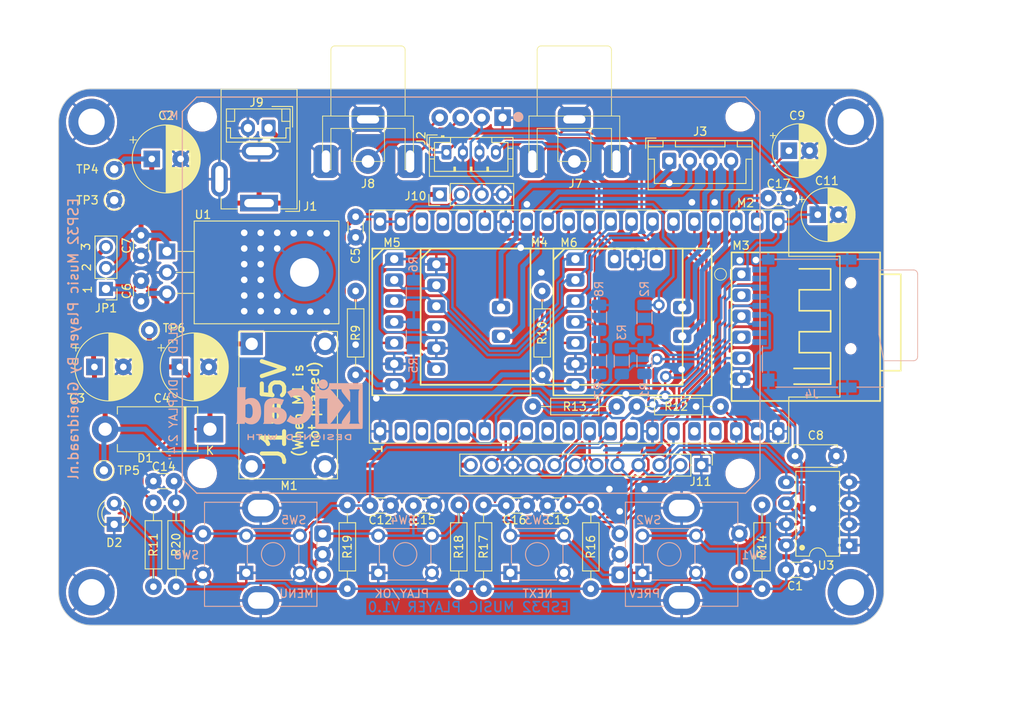
<source format=kicad_pcb>
(kicad_pcb (version 20240108) (generator "pcbnew") (generator_version "8.0")
  (layers (0 "F.Cu" signal) (31 "B.Cu" signal) (34 "B.Paste" user) (35 "F.Paste" user) (36 "B.SilkS" user "B.Silkscreen") (37 "F.SilkS" user "F.Silkscreen") (38 "B.Mask" user) (39 "F.Mask" user) (44 "Edge.Cuts" user))
  (net 0 "")
  (net 1 "V5")
  (net 2 "GND")
  (net 8 "/SDA1")
  (net 10 "/SCL1")
  (net 11 "V3.3")
  (net 12 "Net-(M2-EN{slash}~{RST})")
  (net 16 "/SD_MMC_CMD")
  (net 17 "/SD_MMC_D0")
  (net 18 "/IO0")
  (net 19 "/SD_MMC_CLK")
  (net 21 "/I2S-DOUT")
  (net 22 "/I2S-BCK")
  (net 23 "/I2S-WS")
  (net 24 "Net-(M5-SD)")
  (net 25 "Net-(M6-SD)")
  (net 26 "Net-(M5-GAIN)")
  (net 27 "Net-(M6-GAIN)")
  (net 28 "V5.1")
  (net 29 "Net-(D2-A)")
  (net 30 "Net-(JP1-A)")
  (net 31 "/LL")
  (net 32 "/LR")
  (net 33 "/SCL2")
  (net 34 "/SDA2")
  (net 36 "Net-(J3-Pin_3)")
  (net 37 "Net-(J3-Pin_4)")
  (net 38 "Net-(J3-Pin_1)")
  (net 39 "/KEY1")
  (net 40 "/KEY6")
  (net 41 "/KEY5")
  (net 42 "/KEY2")
  (net 43 "/KEY3")
  (net 44 "/KEY4")
  (net 45 "Net-(J3-Pin_2)")
  (net 51 "/IO19")
  (net 52 "/IO18")
  (net 53 "/IO5")
  (net 54 "/IO23")
  (net 55 "Vin")
  (footprint "!Gloeidraad:C_CER_D30_W16_P25_E20_H08" (layer "F.Cu") (at 104 107.536748 180)
    (property "Reference" "C14")
    (property "Value" "1n")
  )
  (footprint "!Gloeidraad:R_Axial_L6.0mm_D2.0mm_P10.16mm_Horizontal" (layer "F.Cu") (at 101.5 110.17 -90)
    (property "Reference" "R11")
    (property "Value" "470R")
  )
  (footprint "!Gloeidraad:MOD-MAX98357A" (layer "F.Cu") (at 138.3 88.25)
    (property "Reference" "M5")
    (property "Value" "MAX98357A Module")
  )
  (footprint "!Gloeidraad:C_CER_D30_W16_P25_E20_H08" (layer "F.Cu") (at 176 73.25)
    (property "Reference" "C17")
    (property "Value" "1n")
  )
  (footprint "!Gloeidraad:MOD-MAX98357A" (layer "F.Cu") (at 160.2515 88.25)
    (property "Reference" "M6")
    (property "Value" "MAX98357A Module")
  )
  (footprint "!Gloeidraad:R_Axial_L6.0mm_D2.0mm_P10.16mm_Horizontal" (layer "F.Cu") (at 154.5 110.42 -90)
    (property "Reference" "R16")
    (property "Value" "47k")
  )
  (footprint "MountingHole:MountingHole_3.2mm_M3_DIN965_Pad" (layer "F.Cu") (at 94 64)
    (property "Reference" "H2" (hide yes))
    (property "Value" "MountingHole")
  )
  (footprint "Connector_JST:JST_PH_B4B-PH-K_1x04_P2.00mm_Vertical" (layer "F.Cu") (at 137 67.7)
    (property "Reference" "J2")
    (property "Value" "JST PH4")
  )
  (footprint "!Gloeidraad:CE_Radial_D8.0mm_P3.50mm_E2.0mm" (layer "F.Cu") (at 94.352651 93.7)
    (property "Reference" "C3")
    (property "Value" "220µF/16V")
  )
  (footprint "!Gloeidraad:C_CER_D30_W16_P25_E20_H08" (layer "F.Cu") (at 100 77.75 -90)
    (property "Reference" "C6")
    (property "Value" "100n")
  )
  (footprint "_Otto1:MOD-USD-ADAPTER18X18" (layer "F.Cu") (at 180.5 88.825533)
    (property "Reference" "M3")
    (property "Value" "µSD CARD MODULE")
  )
  (footprint "!Gloeidraad:R_Axial_L6.0mm_D2.0mm_P10.16mm_Horizontal" (layer "F.Cu") (at 138.5 110.42 -90)
    (property "Reference" "R18")
    (property "Value" "47k")
  )
  (footprint "!Gloeidraad:DIP-SO-08_W7.62mm" (layer "F.Cu") (at 185.8 115.3 180)
    (property "Reference" "U3")
    (property "Value" "24LC64")
  )
  (footprint "!Gloeidraad:R_Axial_L6.0mm_D2.0mm_P10.16mm_Horizontal" (layer "F.Cu") (at 125 110.42 -90)
    (property "Reference" "R19")
    (property "Value" "47k")
  )
  (footprint "!Gloeidraad:C_CER_D30_W16_P25_E20_H08" (layer "F.Cu") (at 127.75 110.5)
    (property "Reference" "C12")
    (property "Value" "1n")
  )
  (footprint "!Gloeidraad:R_Axial_L6.0mm_D2.0mm_P10.16mm_Horizontal" (layer "F.Cu") (at 147.4715 98.5)
    (property "Reference" "R13")
    (property "Value" "10k")
  )
  (footprint "!Gloeidraad:C_CER_D30_W16_P25_E20_H08" (layer "F.Cu") (at 100 85.75 90)
    (property "Reference" "C7")
    (property "Value" "100n")
  )
  (footprint "!Gloeidraad:R_Axial_L6.0mm_D2.0mm_P10.16mm_Horizontal" (layer "F.Cu") (at 141.5 110.42 -90)
    (property "Reference" "R17")
    (property "Value" "47k")
  )
  (footprint "!Gloeidraad:R_Axial_L6.0mm_D2.0mm_P10.16mm_Horizontal" (layer "F.Cu") (at 148.6015 84.5 -90)
    (property "Reference" "R10")
    (property "Value" "560k")
  )
  (footprint "!Gloeidraad:R_Axial_L6.0mm_D2.0mm_P10.16mm_Horizontal" (layer "F.Cu") (at 126 84.5 -90)
    (property "Reference" "R9")
    (property "Value" "100k")
  )
  (footprint "TestPoint:TestPoint_THTPad_D2.0mm_Drill1.0mm" (layer "F.Cu") (at 96.75 73.5)
    (property "Reference" "TP3")
    (property "Value" "TestPoint")
  )
  (footprint "TestPoint:TestPoint_THTPad_D2.0mm_Drill1.0mm" (layer "F.Cu") (at 96.75 69.75)
    (property "Reference" "TP4")
    (property "Value" "TestPoint")
  )
  (footprint "!Gloeidraad:C_CER_D30_W16_P25_E20_H08" (layer "F.Cu") (at 178.132753 118.285979)
    (property "Reference" "C1")
    (property "Value" "100n")
  )
  (footprint "Connector_JST:JST_XH_B4B-XH-A_1x04_P2.50mm_Vertical" (layer "F.Cu") (at 164 68.725)
    (property "Reference" "J3")
    (property "Value" "JST XH4")
  )
  (footprint "TestPoint:TestPoint_THTPad_D2.0mm_Drill1.0mm" (layer "F.Cu") (at 101 89.25)
    (property "Reference" "TP6")
    (property "Value" "TestPoint")
  )
  (footprint "Connector_PinHeader_2.54mm:PinHeader_1x03_P2.54mm_Vertical" (layer "F.Cu") (at 95.75 84.25 180)
    (property "Reference" "JP1")
    (property "Value" "PSEL")
  )
  (footprint "!Gloeidraad:Keystone RCA" (layer "F.Cu") (at 152.5 68.8 180)
    (property "Reference" "J7")
    (property "Value" "Keystone 900")
  )
  (footprint "!Gloeidraad:C_CER_D30_W16_P25_E20_H08" (layer "F.Cu") (at 126 75.5 -90)
    (property "Reference" "C5")
    (property "Value" "100n")
  )
  (footprint "!Gloeidraad:MOD-PCM5102A-TYPE2B" (layer "F.Cu") (at 149.75 87.615)
    (property "Reference" "M4")
    (property "Value" "PCM5102A Module")
  )
  (footprint "!Gloeidraad:C_CER_D30_W16_P25_E20_H08" (layer "F.Cu") (at 151.75 110.5 180)
    (property "Reference" "C13")
    (property "Value" "1n")
  )
  (footprint "!Gloeidraad:Keystone RCA" (layer "F.Cu") (at 127.5 68.8 180)
    (property "Reference" "J8")
    (property "Value" "Keystone 900")
  )
  (footprint "!Gloeidraad:CE_Radial_D6.3mm_P2.50mm_E2.0mm" (layer "F.Cu") (at 182 75.25)
    (property "Reference" "C11")
    (property "Value" "100µF/16V")
  )
  (footprint "!Gloeidraad:R_Axial_L6.0mm_D2.0mm_P10.16mm_Horizontal" (layer "F.Cu") (at 104.25 110.17 -90)
    (property "Reference" "R20")
    (property "Value" "47k")
  )
  (footprint "!Gloeidraad:CE_Radial_D6.3mm_P2.50mm_E2.0mm" (layer "F.Cu") (at 178.5 67.5)
    (property "Reference" "C9")
    (property "Value" "10µF")
  )
  (footprint "Connector_BarrelJack:BarrelJack_GCT_DCJ200-10-A_Horizontal" (layer "F.Cu") (at 114.3 73.85 180)
    (property "Reference" "J1")
    (property "Value" "DC-IN")
  )
  (footprint "Connector_PinHeader_2.54mm:PinHeader_1x04_P2.54mm_Vertical" (layer "F.Cu") (at 136.2 72.8 90)
    (property "Reference" "J10")
    (property "Value" "HDR4")
  )
  (footprint "!Gloeidraad:C_CER_D30_W16_P25_E20_H08" (layer "F.Cu") (at 144.25 110.5)
    (property "Reference" "C16")
    (property "Value" "1n")
  )
  (footprint "!Gloeidraad:R_Axial_L6.0mm_D2.0mm_P10.16mm_Horizontal" (layer "F.Cu") (at 160.065731 98.5)
    (property "Reference" "R12")
    (property "Value" "10k")
  )
  (footprint "LED_THT:LED_D3.0mm" (layer "F.Cu") (at 96.75 112.775 90)
    (property "Reference" "D2")
    (property "Value" "LED Green")
  )
  (footprint "!Gloeidraad:ESP32-WROVER-DEV_ON_HEADERS_BARE" (layer "F.Cu") (at 153.083 88.8 -90)
    (property "Reference" "M2")
    (property "Value" "ESP32-WROVER-CAM-40P")
  )
  (footprint "MountingHole:MountingHole_3.2mm_M3_DIN965_Pad" (layer "F.Cu") (at 186 121)
    (property "Reference" "H3" (hide yes))
    (property "Value" "MountingHole")
  )
  (footprint "TestPoint:TestPoint_THTPad_D2.0mm_Drill1.0mm" (layer "F.Cu") (at 95.5 106.25)
    (property "Reference" "TP5")
    (property "Value" "TestPoint")
  )
  (footprint "!Gloeidraad:CE_Radial_D8.0mm_P3.50mm_E2.0mm" (layer "F.Cu") (at 104.7 93.7)
    (property "Reference" "C4")
    (property "Value" "220µF/16V")
  )
  (footprint "!Gloeidraad:C_CER_D30_W16_P25_E20_H08" (layer "F.Cu") (at 133 110.5)
    (property "Reference" "C15")
    (property "Value" "1n")
  )
  (footprint "Diode_THT:D_DO-201AD_P12.70mm_Horizontal" (layer "F.Cu") (at 108.35 101.25 180)
    (property "Reference" "D1")
    (property "Value" "    1N5822")
  )
  (footprint "MountingHole:MountingHole_3.2mm_M3_DIN965_Pad" (layer "F.Cu") (at 94 121)
    (property "Reference" "H1" (hide yes))
    (property "Value" "MountingHole")
  )
  (footprint "!Gloeidraad:R_Axial_L6.0mm_D2.0mm_P10.16mm_Horizontal" (layer "F.Cu") (at 175.25 110.42 -90)
    (property "Reference" "R14")
    (property "Value" "47k")
  )
  (footprint "!Gloeidraad:C_CER_D50_W25_P50_E20_H08" (layer "F.Cu") (at 179.25 104.5)
    (property "Reference" "C8")
    (property "Value" "2u2")
  )
  (footprint "Connector_PinHeader_2.54mm:PinHeader_1x12_P2.54mm_Vertical" (layer "F.Cu") (at 167.889 105.6 -90)
    (property "Reference" "J11")
    (property "Value" "EXP1")
  )
  (footprint "!Gloeidraad:TO-220-3_Horizontal_TabDown" (layer "F.Cu") (at 103.14 79.706 -90)
    (property "Reference" "U1")
    (property "Value" "L7818")
  )
  (footprint "MountingHole:MountingHole_3.2mm_M3_DIN965_Pad" (layer "F.Cu") (at 186 64)
    (property "Reference" "H4" (hide yes))
    (property "Value" "MountingHole")
  )
  (footprint "!Gloeidraad:CE_Radial_D8.0mm_P3.50mm_E2.0mm" (layer "F.Cu") (at 101.3 68.5)
    (property "Reference" "C2")
    (property "Value" "100µF/35V")
  )
  (footprint "_Otto1:MOD-DC-DC-DUAL" (layer "F.Cu") (at 118 98.25 -90)
    (property "Reference" "M1")
    (property "Value" "CN3903 5V/3A Module")
  )
  (footprint "Connector_JST:JST_EH_B2B-EH-A_1x02_P2.50mm_Vertical" (layer "F.Cu") (at 115.45 64.75 180)
    (property "Reference" "J9")
    (property "Value" "Conn_01x02")
  )
  (footprint "!Gloeidraad:SW_TH_Tactile_Omron_B3F-10xx" (layer "B.Cu") (at 164 116.4)
    (property "Reference" "SW2")
    (property "Value" "SW-PUSHBUT-6X6-V")
  )
  (footprint "Resistor_SMD:R_1206_3216Metric_Pad1.30x1.75mm_HandSolder" (layer "B.Cu") (at 133.0515 90 -90)
    (property "Reference" "R5")
    (property "Value" "NM")
  )
  (footprint "Resistor_SMD:R_1206_3216Metric_Pad1.30x1.75mm_HandSolder" (layer "B.Cu") (at 133.0515 84.75 90)
    (property "Reference" "R6")
    (property "Value" "NM")
  )
  (footprint "!Gloeidraad:SW_TH_Tactile_Omron_B3F-10xx" (layer "B.Cu") (at 132 116.4)
    (property "Reference" "SW4")
    (property "Value" "SW-PUSHBUT-6X6-V")
  )
  (footprint "Symbol:KiCad-Logo2_6mm_SilkScreen" (layer "B.Cu") (at 119.2 98.2 180)
    (property "Reference" "MECH1" (hide yes))
    (property "Value" "KiCad Logo" (hide yes))
  )
  (footprint "!Gloeidraad:OLED128x64-2.4inch-i2c-top" (layer "B.Cu") (at 140 85 180)
    (property "Reference" "M7")
    (property "Value" "OLED 2.4 inch" (hide yes))
  )
  (footprint "!Gloeidraad:SW_TH_Tactile_Omron_B3F-10xx" (layer "B.Cu") (at 148 116.4)
    (property "Reference" "SW3")
    (property "Value" "SW-PUSHBUT-6X6-V")
  )
  (footprint "!Gloeidraad:RotaryEncoder_Bourns_Vertical_PEC12R-3x17F-Sxxxx" (layer "B.Cu") (at 122 113.9 180)
    (property "Reference" "SW6")
    (property "Value" "RotaryEncoder_Switch")
  )
  (footprint "!Gloeidraad:TF PUSH" (layer "B.Cu") (at 186 83.5 -90)
    (property "Reference" "J4")
    (property "Value" "SHOU-HAN-TF-PUSH")
  )
  (footprint "Resistor_SMD:R_1206_3216Metric_Pad1.30x1.75mm_HandSolder" (layer "B.Cu") (at 155.5 87.75 90)
    (property "Reference" "R8")
    (property "Value" "NM")
  )
  (footprint "!Gloeidraad:SW_TH_Tactile_Omron_B3F-10xx" (layer "B.Cu") (at 116 116.4)
    (property "Reference" "SW5")
    (property "Value" "SW-PUSHBUT-6X6-V")
  )
  (footprint "Resistor_SMD:R_1206_3216Metric_Pad1.30x1.75mm_HandSolder" (layer "B.Cu") (at 161 93 90)
    (property "Reference" "R1")
    (property "Value" "10k")
  )
  (footprint "Resistor_SMD:R_1206_3216Metric_Pad1.30x1.75mm_HandSolder" (layer "B.Cu") (at 158.25 93 90)
    (property "Reference" "R3")
    (property "Value" "10k")
  )
  (footprint "Resistor_SMD:R_1206_3216Metric_Pad1.30x1.75mm_HandSolder" (layer "B.Cu") (at 161 87.75 -90)
    (property "Reference" "R2")
    (property "Value" "10k")
  )
  (footprint "!Gloeidraad:RotaryEncoder_Bourns_Vertical_PEC12R-3x17F-Sxxxx" (layer "B.Cu") (at 158 118.9)
    (property "Reference" "SW1")
    (property "Value" "RotaryEncoder_Switch")
  )
  (footprint "Resistor_SMD:R_1206_3216Metric_Pad1.30x1.75mm_HandSolder" (layer "B.Cu") (at 155.5 93 -90)
    (property "Reference" "R7")
    (property "Value" "NM")
  )
  (gr_line (start 94 125) (end 186 125) (stroke (width 0.1)) (layer "Edge.Cuts"))
  (gr_line (start 190 121) (end 190 64) (stroke (width 0.1)) (layer "Edge.Cuts"))
  (gr_arc (start 186 60) (mid 188.828427 61.171573) (end 190 64) (stroke (width 0.1)) (layer "Edge.Cuts"))
  (gr_arc (start 190 121) (mid 188.828427 123.828427) (end 186 125) (stroke (width 0.1)) (layer "Edge.Cuts"))
  (gr_arc (start 94 125) (mid 91.171573 123.828427) (end 90 121) (stroke (width 0.1)) (layer "Edge.Cuts"))
  (gr_arc (start 90 64) (mid 91.171573 61.171573) (end 94 60) (stroke (width 0.1)) (layer "Edge.Cuts"))
  (gr_line (start 94 60) (end 186 60) (stroke (width 0.1)) (layer "Edge.Cuts"))
  (gr_line (start 90 121) (end 90 64) (stroke (width 0.1)) (layer "Edge.Cuts"))
  (gr_text "ESP32 MUSIC PLAYER V1.0" (at 152 123.5 0) (layer "B.Cu") (effects (font (size 1.2 1.2) (thickness 0.2) (bold yes)) (justify left bottom mirror)))
  (gr_text "OLED    DISPLAY 2.4{dblquote}" (at 104.5 88.25 90) (layer "B.SilkS") (effects (font (size 1 1)) (justify left bottom mirror)))
  (gr_text "By Gloeidraad.nl" (at 92.5 92.3 90) (layer "B.SilkS") (effects (font (size 1.2 1.2) (thickness 0.2) (bold yes)) (justify left bottom mirror)))
  (gr_text "PLAY/OK" (at 135 121.75 -0) (layer "B.SilkS") (effects (font (size 1 1)) (justify left bottom mirror)))
  (gr_text "ESP32 Music Player" (at 92.5 73.1 90) (layer "B.SilkS") (effects (font (size 1.2 1.2) (thickness 0.2) (bold yes)) (justify left bottom mirror)))
  (gr_text "NEXT" (at 150 121.75 -0) (layer "B.SilkS") (effects (font (size 1 1)) (justify left bottom mirror)))
  (gr_text "MENU" (at 121 121.75 -0) (layer "B.SilkS") (effects (font (size 1 1)) (justify left bottom mirror)))
  (gr_text "PREV" (at 163 121.75 -0) (layer "B.SilkS") (effects (font (size 1 1)) (justify left bottom mirror)))
  (gr_text "(When M1 is" (at 119.75 104.75 90) (layer "F.SilkS") (effects (font (size 1.2 1.2) (thickness 0.2) (bold yes)) (justify left bottom)))
  (gr_text "1" (at 94.1 84.9 90) (layer "F.SilkS") (effects (font (size 1 1)) (justify left bottom)))
  (gr_text "not placed)" (at 121.65 103.65 90) (layer "F.SilkS") (effects (font (size 1.2 1.2) (thickness 0.2) (bold yes)) (justify left bottom)))
  (gr_text "J1=5V" (at 117.688174 105.935273 90) (layer "F.SilkS") (effects (font (size 2.7 2.7) (thickness 0.5)) (justify left bottom)))
  (gr_text "2" (at 94 82.2 90) (layer "F.SilkS") (effects (font (size 1 1)) (justify left bottom)))
  (gr_text "3" (at 93.9 79.7 90) (layer "F.SilkS") (effects (font (size 1 1)) (justify left bottom)))
  (segment (start 100.15 105.6) (end 104.5 101.25) (width 0.3) (layer "F.Cu") (net 1))
  (segment (start 126 75.5) (end 124.5 77) (width 0.6) (layer "F.Cu") (net 1))
  (segment (start 135.78 93.965) (end 133.815 92) (width 0.3) (layer "F.Cu") (net 1))
  (segment (start 101 91.5) (end 103.2 93.7) (width 0.6) (layer "F.Cu") (net 1))
  (segment (start 123 93.7) (end 111.45 93.7) (width 0.6) (layer "F.Cu") (net 1))
  (segment (start 108.35 95.2) (end 108.35 101.25) (width 0.6) (layer "F.Cu") (net 1))
  (segment (start 101.5 110.17) (end 100.15 108.82) (width 0.3) (layer "F.Cu") (net 1))
  (segment (start 111.45 93.7) (end 109.95 95.2) (width 0.6) (layer "F.Cu") (net 1))
  (segment (start 103.2 93.7) (end 104.7 93.7) (width 0.6) (layer "F.Cu") (net 1))
  (segment (start 100.15 108.82) (end 100.15 105.6) (width 0.3) (layer "F.Cu") (net 1))
  (segment (start 101 89.25) (end 101 91.5) (width 0.6) (layer "F.Cu") (net 1))
  (segment (start 124.5 77) (end 124.5 92.2) (width 0.6) (layer "F.Cu") (net 1))
  (segment (start 104.5 101.25) (end 108.35 101.25) (width 0.3) (layer "F.Cu") (net 1))
  (segment (start 124.5 92.2) (end 123 93.7) (width 0.6) (layer "F.Cu") (net 1))
  (segment (start 109.95 95.2) (end 106.2 95.2) (width 0.6) (layer "F.Cu") (net 1))
  (segment (start 106.2 95.2) (end 104.7 93.7) (width 0.6) (layer "F.Cu") (net 1))
  (segment (start 133.815 92) (end 124.5 92) (width 0.3) (layer "F.Cu") (net 1))
  (segment (start 126 75.5) (end 128.353 75.5) (width 0.3) (layer "B.Cu") (net 1))
  (segment (start 108.2 101.1) (end 108.35 101.25) (width 0.6) (layer "B.Cu") (net 1))
  (segment (start 128.353 75.5) (end 128.953 76.1) (width 0.3) (layer "B.Cu") (net 1))
  (segment (start 137.29 74.25) (end 138.74 72.8) (width 0.3) (layer "B.Cu") (net 1))
  (segment (start 131.493 76.1) (end 128.953 76.1) (width 0.3) (layer "B.Cu") (net 1))
  (segment (start 133.343 74.25) (end 137.29 74.25) (width 0.3) (layer "B.Cu") (net 1))
  (segment (start 131.493 76.1) (end 133.343 74.25) (width 0.3) (layer "B.Cu") (net 1))
  (via (at 158 111.2) (size 1.2) (drill 0.8) (layers "F.Cu" "B.Cu") (net 2))
  (via (at 128.5 97.5) (size 1.2) (drill 0.8) (layers "F.Cu" "B.Cu") (net 2))
  (via (at 118.5 77.5) (size 1.2) (drill 0.8) (layers "F.Cu" "B.Cu") (net 2))
  (via (at 112.5 79.35) (size 1.2) (drill 0.8) (layers "F.Cu" "B.Cu") (net 2))
  (via (at 161.015731 108.500942) (size 1.2) (drill 0.8) (layers "F.Cu" "B.Cu") (net 2))
  (via (at 120.5 87) (size 1.2) (drill 0.8) (layers "F.Cu" "B.Cu") (net 2))
  (via (at 112.5 83.15) (size 1.2) (drill 0.8) (layers "F.Cu" "B.Cu") (net 2))
  (via (at 146.75 74) (size 1.2) (drill 0.8) (layers "F.Cu" "B.Cu") (net 2))
  (via (at 166.75 73.75) (size 1.2) (drill 0.8) (layers "F.Cu" "B.Cu") (net 2))
  (via (at 116.5 86.95) (size 1.2) (drill 0.8) (layers "F.Cu" "B.Cu") (net 2))
  (via (at 172.546752 80.796752) (size 1.2) (drill 0.8) (layers "F.Cu" "B.Cu") (net 2))
  (via (at 114.5 77.45) (size 1.2) (drill 0.8) (layers "F.Cu" "B.Cu") (net 2))
  (via (at 116.5 77.45) (size 1.2) (drill 0.8) (layers "F.Cu" "B.Cu") (net 2))
  (via (at 164 71.4) (size 1.2) (drill 0.8) (layers "F.Cu" "B.Cu") (net 2))
  (via (at 114.5 81.25) (size 1.2) (drill 0.8) (layers "F.Cu" "B.Cu") (net 2))
  (via (at 169.5 73.75) (size 1.2) (drill 0.8) (layers "F.Cu" "B.Cu") (net 2))
  (via (at 112.5 81.25) (size 1.2) (drill 0.8) (layers "F.Cu" "B.Cu") (net 2))
  (via (at 112.5 77.45) (size 1.2) (drill 0.8) (layers "F.Cu" "B.Cu") (net 2))
  (via (at 122.5 87) (size 1.2) (drill 0.8) (layers "F.Cu" "B.Cu") (net 2))
  (via (at 146 79.25) (size 1.2) (drill 0.8) (layers "F.Cu" "B.Cu") (net 2))
  (via (at 120.5 77.5) (size 1.2) (drill 0.8) (layers "F.Cu" "B.Cu") (net 2))
  (via (at 114.5 79.35) (size 1.2) (drill 0.8) (layers "F.Cu" "B.Cu") (net 2))
  (via (at 114.5 86.95) (size 1.2) (drill 0.8) (layers "F.Cu" "B.Cu") (net 2))
  (via (at 114.5 85.05) (size 1.2) (drill 0.8) (layers "F.Cu" "B.Cu") (net 2))
  (via (at 156.75 108.5) (size 1.2) (drill 0.8) (layers "F.Cu" "B.Cu") (net 2))
  (via (at 165.5 94) (size 1.2) (drill 0.8) (layers "F.Cu" "B.Cu") (net 2))
  (via (at 116.5 85.05) (size 1.2) (drill 0.8) (layers "F.Cu" "B.Cu") (net 2))
  (via (at 112.5 85.05) (size 1.2) (drill 0.8) (layers "F.Cu" "B.Cu") (net 2))
  (via (at 118.5 87) (size 1.2) (drill 0.8) (layers "F.Cu" "B.Cu") (net 2))
  (via (at 112.5 86.95) (size 1.2) (drill 0.8) (layers "F.Cu" "B.Cu") (net 2))
  (via (at 148.5 82.25) (size 1.2) (drill 0.8) (layers "F.Cu" "B.Cu") (net 2))
  (via (at 114.5 83.15) (size 1.2) (drill 0.8) (layers "F.Cu" "B.Cu") (net 2))
  (via (at 158.75 97) (size 1.2) (drill 0.8) (layers "F.Cu" "B.Cu") (net 2))
  (via (at 116.5 79.35) (size 1.2) (drill 0.8) (layers "F.Cu" "B.Cu") (net 2))
  (via (at 122.5 77.5) (size 1.2) (drill 0.8) (layers "F.Cu" "B.Cu") (net 2))
  (via (at 167.25 98.5) (size 1.2) (drill 0.8) (layers "F.Cu" "B.Cu") (net 2))
  (via (at 174.5 80.75) (size 1.2) (drill 0.8) (layers "F.Cu" "B.Cu") (net 2))
  (via (at 181.400257 110.858376) (size 1.2) (drill 0.8) (layers "F.Cu" "B.Cu") (net 2))
  (via (at 126 91) (size 1.2) (drill 0.8) (layers "F.Cu" "B.Cu") (net 2))
  (segment (start 144.929 105.7) (end 145.029 105.6) (width 0.3) (layer "B.Cu") (net 2))
  (segment (start 157.2 106.8) (end 156.389 105.989) (width 0.3) (layer "F.Cu") (net 8))
  (segment (start 159.069 106.8) (end 157.2 106.8) (width 0.3) (layer "F.Cu") (net 8))
  (segment (start 178.185 107.675) (end 178.18 107.68) (width 0.3) (layer "F.Cu") (net 8))
  (segment (start 156.389 103.289) (end 155.7 102.6) (width 0.3) (layer "F.Cu") (net 8))
  (segment (start 183.675 107.675) (end 178.185 107.675) (width 0.3) (layer "F.Cu") (net 8))
  (segment (start 183.92 109) (end 183.92 107.92) (width 0.3) (layer "F.Cu") (net 8))
  (segment (start 155.7 100.4315) (end 157.6315 98.5) (width 0.3) (layer "F.Cu") (net 8))
  (segment (start 160.269 105.6) (end 159.069 106.8) (width 0.3) (layer "F.Cu") (net 8))
  (segment (start 183.92 107.92) (end 183.675 107.675) (width 0.3) (layer "F.Cu") (net 8))
  (segment (start 156.389 105.989) (end 156.389 103.289) (width 0.3) (layer "F.Cu") (net 8))
  (segment (start 155.7 102.6) (end 155.7 100.4315) (width 0.3) (layer "F.Cu") (net 8))
  (segment (start 178.18 107.68) (end 178.18 106.387106) (width 0.3) (layer "B.Cu") (net 8))
  (segment (start 164.149 104.958106) (end 164.149 105.957057) (width 0.3) (layer "B.Cu") (net 8))
  (segment (start 164.513 101.5) (end 164.513 103.087) (width 0.3) (layer "B.Cu") (net 8))
  (segment (start 161.469 106.8) (end 160.269 105.6) (width 0.3) (layer "B.Cu") (net 8))
  (segment (start 178.18 106.387106) (end 175.542894 103.75) (width 0.3) (layer "B.Cu") (net 8))
  (segment (start 175.542894 103.75) (end 165.357106 103.75) (width 0.3) (layer "B.Cu") (net 8))
  (segment (start 161.38 104.3) (end 160.18 105.5) (width 0.3) (layer "B.Cu") (net 8))
  (segment (start 163.3 104.3) (end 161.38 104.3) (width 0.3) (layer "B.Cu") (net 8))
  (segment (start 163.306057 106.8) (end 161.469 106.8) (width 0.3) (layer "B.Cu") (net 8))
  (segment (start 165.357106 103.75) (end 164.149 104.958106) (width 0.3) (layer "B.Cu") (net 8))
  (segment (start 164.149 105.957057) (end 163.306057 106.8) (width 0.3) (layer "B.Cu") (net 8))
  (segment (start 164.513 103.087) (end 163.3 104.3) (width 0.3) (layer "B.Cu") (net 8))
  (segment (start 170.225731 98.5) (end 172.133 100.407269) (width 0.3) (layer "F.Cu") (net 10))
  (segment (start 172.133 100.407269) (end 172.133 101.5) (width 0.3) (layer "F.Cu") (net 10))
  (segment (start 179.96 112) (end 178.18 110.22) (width 0.3) (layer "F.Cu") (net 10))
  (segment (start 182.65 109) (end 182.65 111.35) (width 0.3) (layer "F.Cu") (net 10))
  (segment (start 182.65 111.35) (end 182 112) (width 0.3) (layer "F.Cu") (net 10))
  (segment (start 182 112) (end 179.96 112) (width 0.3) (layer "F.Cu") (net 10))
  (segment (start 162.809 105.6) (end 162.809 105.591) (width 0.3) (layer "B.Cu") (net 10))
  (segment (start 175.75 103.25) (end 172.133 103.25) (width 0.3) (layer "B.Cu") (net 10))
  (segment (start 179.53 108.87) (end 179.53 107.03) (width 0.3) (layer "B.Cu") (net 10))
  (segment (start 165.15 103.25) (end 172.133 103.25) (width 0.3) (layer "B.Cu") (net 10))
  (segment (start 162.809 105.591) (end 165.15 103.25) (width 0.3) (layer "B.Cu") (net 10))
  (segment (start 178.18 110.22) (end 179.53 108.87) (width 0.3) (layer "B.Cu") (net 10))
  (segment (start 179.53 107.03) (end 175.75 103.25) (width 0.3) (layer "B.Cu") (net 10))
  (segment (start 172.133 103.25) (end 172.133 101.5) (width 0.3) (layer "B.Cu") (net 10))
  (segment (start 179.25 100.5) (end 177.75 99) (width 0.3) (layer "F.Cu") (net 11))
  (segment (start 180.11 109) (end 177.573654 109) (width 0.3) (layer "F.Cu") (net 11))
  (segment (start 176.83 109.743654) (end 176.83 114.08) (width 0.3) (layer "F.Cu") (net 11))
  (segment (start 170.75 84.478533) (end 172.753 82.475533) (width 0.3) (layer "F.Cu") (net 11))
  (segment (start 170.75 96.25) (end 170.75 84.478533) (width 0.3) (layer "F.Cu") (net 11))
  (segment (start 177.573654 109) (end 176.83 109.743654) (width 0.3) (layer "F.Cu") (net 11))
  (segment (start 179.25 104.5) (end 179.25 100.5) (width 0.3) (layer "F.Cu") (net 11))
  (segment (start 157.729 104.271) (end 158.2 103.8) (width 0.3) (layer "F.Cu") (net 11))
  (segment (start 158.2 100.365731) (end 160.065731 98.5) (width 0.3) (layer "F.Cu") (net 11))
  (segment (start 158.2 103.8) (end 158.2 100.365731) (width 0.3) (layer "F.Cu") (net 11))
  (segment (start 176.83 114.08) (end 178.05 115.3) (width 0.3) (layer "F.Cu") (net 11))
  (segment (start 157.729 105.6) (end 157.729 104.271) (width 0.3) (layer "F.Cu") (net 11))
  (segment (start 173.5 99) (end 170.75 96.25) (width 0.3) (layer "F.Cu") (net 11))
  (segment (start 177.75 99) (end 173.5 99) (width 0.3) (layer "F.Cu") (net 11))
  (segment (start 178.05 115.3) (end 178.18 115.3) (width 0.3) (layer "F.Cu") (net 11))
  (segment (start 177.213 78.037) (end 176.5935 78.6565) (width 0.3) (layer "B.Cu") (net 11))
  (segment (start 177.1 76.213) (end 177.213 76.1) (width 0.3) (layer "B.Cu") (net 11))
  (segment (start 125 120.58) (end 138.5 120.58) (width 0.3) (layer "B.Cu") (net 11))
  (segment (start 182 75.25) (end 179.75 75.25) (width 0.3) (layer "B.Cu") (net 11))
  (segment (start 104.25 120.33) (end 112.67 120.33) (width 0.3) (layer "B.Cu") (net 11))
  (segment (start 176.175 87.5) (end 176.175 91.4) (width 0.3) (layer "B.Cu") (net 11))
  (segment (start 178.9 76.1) (end 177.213 76.1) (width 0.3) (layer "B.Cu") (net 11))
  (segment (start 174.95 87.4) (end 176.075 87.4) (width 0.3) (layer "B.Cu") (net 11))
  (segment (start 157.7 105.641694) (end 157.558306 105.5) (width 0.3) (layer "B.Cu") (net 11))
  (segment (start 154.955636 66.3) (end 174.05 66.3) (width 0.3) (layer "B.Cu") (net 11))
  (segment (start 150.344364 65.1) (end 150.794364 65.55) (width 0.3) (layer "B.Cu") (net 11))
  (segment (start 178.18 115.3) (end 178.18 119.82) (width 0.3) (layer "B.Cu") (net 11))
  (segment (start 172.274467 82.475533) (end 172.753 82.475533) (width 0.3) (layer "B.Cu") (net 11))
  (segment (start 159.25 120.58) (end 162.17 120.58) (width 0.3) (layer "B.Cu") (net 11))
  (segment (start 157.1 99.9) (end 156.45 99.25) (width 0.3) (layer "B.Cu") (net 11))
  (segment (start 150.794364 65.55) (end 154.205636 65.55) (width 0.3) (layer "B.Cu") (net 11))
  (segment (start 113.1 119.9) (end 117.4 119.9) (width 0.3) (layer "B.Cu") (net 11))
  (segment (start 161 91.45) (end 163.2 91.45) (width 0.3) (layer "B.Cu") (net 11))
  (segment (start 170.3 87.8) (end 170.3 85.45) (width 0.3) (layer "B.Cu") (net 11))
  (segment (start 177.213 76.1) (end 177.213 78.037) (width 0.3) (layer "B.Cu") (net 11))
  (segment (start 157.729 105.629) (end 157.729 105.6) (width 0.3) (layer "B.Cu") (net 11))
  (segment (start 141.5 120.58) (end 138.5 120.58) (width 0.3) (layer "B.Cu") (net 11))
  (segment (start 159.4 107.3) (end 159.4 111.549) (width 0.3) (layer "B.Cu") (net 11))
  (segment (start 158.665731 99.9) (end 157.1 99.9) (width 0.3) (layer "B.Cu") (net 11))
  (segment (start 173.496752 79.816248) (end 173.496752 81.731781) (width 0.3) (layer "B.Cu") (net 11))
  (segment (start 159.35 120.48) (end 159.25 120.58) (width 0.3) (layer "B.Cu") (net 11))
  (segment (start 180.03 105.28) (end 180.03 113.45) (width 0.3) (layer "B.Cu") (net 11))
  (segment (start 180.03 113.45) (end 178.18 115.3) (width 0.3) (layer "B.Cu") (net 11))
  (segment (start 163.2 91.45) (end 164 92.25) (width 0.3) (layer "B.Cu") (net 11))
  (segment (start 177.42 120.58) (end 175.25 120.58) (width 0.3) (layer "B.Cu") (net 11))
  (segment (start 159.35 111.599) (end 159.35 120.48) (width 0.3) (layer "B.Cu") (net 11))
  (segment (start 174.5 96.25) (end 179.25 101) (width 0.3) (layer "B.Cu") (net 11))
  (segment (start 169.08 120.58) (end 175.25 120.58) (width 0.3) (layer "B.Cu") (net 11))
  (segment (start 173.496752 81.731781) (end 172.753 82.475533) (width 0.3) (layer "B.Cu") (net 11))
  (segment (start 163.649 107.3) (end 159.4 107.3) (width 0.3) (layer "B.Cu") (net 11))
  (segment (start 112.67 120.33) (end 113.1 119.9) (width 0.3) (layer "B.Cu") (net 11))
  (segment (start 170.3 85.45) (end 170.75 85) (width 0.3) (layer "B.Cu") (net 11))
  (segment (start 170.75 84) (end 172.274467 82.475533) (width 0.3) (layer "B.Cu") (net 11))
  (segment (start 174.05 66.3) (end 182 74.25) (width 0.3) (layer "B.Cu") (net 11))
  (segment (start 154.5 120.58) (end 159.25 120.58) (width 0.3) (layer "B.Cu") (net 11))
  (segment (start 176.075 87.4) (end 176.175 87.5) (width 0.3) (layer "B.Cu") (net 11))
  (segment (start 164 92.25) (end 167.15 92.25) (width 0.3) (layer "B.Cu") (net 11))
  (segment (start 175.35 91.4) (end 174.5 92.25) (width 0.3) (layer "B.Cu") (net 11))
  (segment (start 165.349 105.6) (end 163.649 107.3) (width 0.3) (layer "B.Cu") (net 11))
  (segment (start 167.15 92.25) (end 169.6 89.8) (width 0.3) (layer "B.Cu") (net 11))
  (segment (start 117.4 119.9) (end 118.08 120.58) (width 0.3) (layer "B.Cu") (net 11))
  (segment (start 174.6565 78.6565) (end 173.496752 79.816248) (width 0.3) (layer "B.Cu") (net 11))
  (segment (start 159.4 111.549) (end 159.35 111.599) (width 0.3) (layer "B.Cu") (net 11))
  (segment (start 182 74.25) (end 182 75.25) (width 0.3) (layer "B.Cu") (net 11))
  (segment (start 141.28 72.8) (end 141.28 71.5) (width 0.3) (layer "B.Cu") (net 11))
  (segment (start 176.5935 78.6565) (end 174.6565 78.6565) (width 0.3) (layer "B.Cu") (net 11))
  (segment (start 178.18 119.82) (end 177.42 120.58) (width 0.3) (layer "B.Cu") (net 11))
  (segment (start 156.45 99.25) (end 149.45 99.25) (width 0.3) (layer "B.Cu") (net 11))
  (segment (start 176.175 91.4) (end 175.35 91.4) (width 0.3) (layer "B.Cu") (net 11))
  (segment (start 148.7 98.5) (end 147.4715 98.5) (width 0.3) (layer "B.Cu") (net 11))
  (segment (start 141.27 65.13) (end 141.27 63.5) (width 0.3) (layer "B.Cu") (net 11))
  (segment (start 179.25 104.5) (end 180.03 105.28) (width 0.3) (layer "B.Cu") (net 11))
  (segment (start 159.4 107.3) (end 157.729 105.629) (width 0.3) (layer "B.Cu") (net 11))
  (segment (start 179.75 75.25) (end 178.9 76.1) (width 0.3) (layer "B.Cu") (net 11))
  (segment (start 179.25 101) (end 179.25 104.5) (width 0.3) (layer "B.Cu") (net 11))
  (segment (start 139.95 70.17) (end 139.95 66.45) (width 0.3) (layer "B.Cu") (net 11))
  (segment (start 158.25 91.45) (end 161 91.45) (width 0.3) (layer "B.Cu") (net 11))
  (segment (start 118.08 120.58) (end 125 120.58) (width 0.3) (layer "B.Cu") (net 11))
  (segment (start 149.45 99.25) (end 148.7 98.5) (width 0.3) (layer "B.Cu") (net 11))
  (segment (start 168.35 119.85) (end 169.08 120.58) (width 0.3) (layer "B.Cu") (net 11))
  (segment (start 174.5 92.25) (end 174.5 96.25) (width 0.3) (layer "B.Cu") (net 11))
  (segment (start 162.17 120.58) (end 162.9 119.85) (width 0.3) (layer "B.Cu") (net 11))
  (segment (start 141.27 65.1) (end 150.344364 65.1) (width 0.3) (layer "B.Cu") (net 11))
  (segment (start 161 89.3) (end 161 91.45) (width 0.3) (layer "B.Cu") (net 11))
  (segment (start 139.95 66.45) (end 141.27 65.13) (width 0.3) (layer "B.Cu") (net 11))
  (segment (start 154.205636 65.55) (end 154.955636 66.3) (width 0.3) (layer "B.Cu") (net 11))
  (segment (start 169.6 88.5) (end 170.3 87.8) (width 0.3) (layer "B.Cu") (net 11))
  (segment (start 160.065731 98.5) (end 158.665731 99.9) (width 0.3) (layer "B.Cu") (net 11))
  (segment (start 141.28 71.5) (end 139.95 70.17) (width 0.3) (layer "B.Cu") (net 11))
  (segment (start 170.75 85) (end 170.75 84) (width 0.3) (layer "B.Cu") (net 11))
  (segment (start 162.9 119.85) (end 168.35 119.85) (width 0.3) (layer "B.Cu") (net 11))
  (segment (start 154.5 120.58) (end 141.5 120.58) (width 0.3) (layer "B.Cu") (net 11))
  (segment (start 169.6 89.8) (end 169.6 88.5) (width 0.3) (layer "B.Cu") (net 11))
  (segment (start 178.5 67.5) (end 174.65 71.35) (width 0.3) (layer "F.Cu") (net 12))
  (segment (start 174.65 71.35) (end 174.65 76.077) (width 0.3) (layer "F.Cu") (net 12))
  (segment (start 174.65 76.077) (end 174.673 76.1) (width 0.3) (layer "F.Cu") (net 12))
  (segment (start 142.328306 102.95) (end 143 102.278306) (width 0.3) (layer "B.Cu") (net 16))
  (segment (start 139.113 101.5) (end 139.527694 101.5) (width 0.3) (layer "B.Cu") (net 16))
  (segment (start 165.75 96) (end 171.303 90.447) (width 0.3) (layer "B.Cu") (net 16))
  (segment (start 143 102.278306) (end 143 99.6) (width 0.3) (layer "B.Cu") (net 16))
  (segment (start 171.303 90.447) (end 171.303 89.154106) (width 0.3) (layer "B.Cu") (net 16))
  (segment (start 173.697467 88.5) (end 174.95 88.5) (width 0.3) (layer "B.Cu") (net 16))
  (segment (start 155.453 98.547) (end 158 96) (width 0.3) (layer "B.Cu") (net 16))
  (segment (start 149.454106 98.547) (end 155.453 98.547) (width 0.3) (layer "B.Cu") (net 16))
  (segment (start 143 99.6) (end 145.45 97.15) (width 0.3) (layer "B.Cu") (net 16))
  (segment (start 161 94.55) (end 161 96) (width 0.3) (layer "B.Cu") (net 16))
  (segment (start 172.753 87.555533) (end 173.697467 88.5) (width 0.3) (layer "B.Cu") (net 16))
  (segment (start 172.753 87.704106) (end 172.753 87.555533) (width 0.3) (layer "B.Cu") (net 16))
  (segment (start 139.527694 101.5) (end 140.977694 102.95) (width 0.3) (layer "B.Cu") (net 16))
  (segment (start 158 96) (end 165.75 96) (width 0.3) (layer "B.Cu") (net 16))
  (segment (start 140.977694 102.95) (end 142.328306 102.95) (width 0.3) (layer "B.Cu") (net 16))
  (segment (start 145.45 97.15) (end 148.057106 97.15) (width 0.3) (layer "B.Cu") (net 16))
  (segment (start 171.303 89.154106) (end 172.753 87.704106) (width 0.3) (layer "B.Cu") (net 16))
  (segment (start 148.057106 97.15) (end 149.454106 98.547) (width 0.3) (layer "B.Cu") (net 16))
  (segment (start 161.5 97.750004) (end 162 98.250004) (width 0.3) (layer "F.Cu") (net 17))
  (segment (start 161.5 93.75) (end 161.5 97.750004) (width 0.3) (layer "F.Cu") (net 17))
  (segment (start 162.5 92.75) (end 161.5 93.75) (width 0.3) (layer "F.Cu") (net 17))
  (via (at 162.5 92.75) (size 1.4) (drill 0.8) (layers "F.Cu" "B.Cu") (net 17))
  (via (at 162 98.250004) (size 1.4) (drill 0.8) (layers "F.Cu" "B.Cu") (net 17))
  (segment (start 171.303 85.197) (end 171.303 84.304871) (width 0.3) (layer "B.Cu") (net 17))
  (segment (start 162.149996 98.4) (end 162 98.250004) (width 0.3) (layer "B.Cu") (net 17))
  (segment (start 165.1 98.4) (end 162.149996 98.4) (width 0.3) (layer "B.Cu") (net 17))
  (segment (start 170.803 88.097) (end 170.803 85.697) (width 0.3) (layer "B.Cu") (net 17))
  (segment (start 159.65 93.55) (end 161.75 93.55) (width 0.3) (layer "B.Cu") (net 17))
  (segment (start 158.25 94.55) (end 158.25 94.85) (width 0.3) (layer "B.Cu") (net 17))
  (segment (start 170.1 88.8) (end 170.803 88.097) (width 0.3) (layer "B.Cu") (net 17))
  (segment (start 158.25 94.55) (end 158.65 94.55) (width 0.3) (layer "B.Cu") (net 17))
  (segment (start 171.303 84.304871) (end 171.742338 83.865533) (width 0.3) (layer "B.Cu") (net 17))
  (segment (start 141.615 101.538) (end 141.653 101.5) (width 0.3) (layer "B.Cu") (net 17))
  (segment (start 148.264213 96.65) (end 145.1765 96.65) (width 0.3) (layer "B.Cu") (net 17))
  (segment (start 149.614213 98) (end 148.264213 96.65) (width 0.3) (layer "B.Cu") (net 17))
  (segment (start 155.1 98) (end 149.614213 98) (width 0.3) (layer "B.Cu") (net 17))
  (segment (start 174.715533 83.865533) (end 174.95 84.1) (width 0.3) (layer "B.Cu") (net 17))
  (segment (start 170.1 90.192894) (end 170.1 88.8) (width 0.3) (layer "B.Cu") (net 17))
  (segment (start 158.65 94.55) (end 159.65 93.55) (width 0.3) (layer "B.Cu") (net 17))
  (segment (start 145.1765 96.65) (end 141.653 100.1735) (width 0.3) (layer "B.Cu") (net 17))
  (segment (start 171.742338 83.865533) (end 174.715533 83.865533) (width 0.3) (layer "B.Cu") (net 17))
  (segment (start 172.753 92.635533) (end 170.864467 92.635533) (width 0.3) (layer "B.Cu") (net 17))
  (segment (start 141.653 100.1735) (end 141.653 101.5) (width 0.3) (layer "B.Cu") (net 17))
  (segment (start 167.542894 92.75) (end 170.1 90.192894) (width 0.3) (layer "B.Cu") (net 17))
  (segment (start 162.55 92.75) (end 167.542894 92.75) (width 0.3) (layer "B.Cu") (net 17))
  (segment (start 158.25 94.85) (end 155.1 98) (width 0.3) (layer "B.Cu") (net 17))
  (segment (start 170.803 85.697) (end 171.303 85.197) (width 0.3) (layer "B.Cu") (net 17))
  (segment (start 170.864467 92.635533) (end 165.1 98.4) (width 0.3) (layer "B.Cu") (net 17))
  (segment (start 161.75 93.55) (end 162.55 92.75) (width 0.3) (layer "B.Cu") (net 17))
  (segment (start 144.193 103.896) (end 142.489 105.6) (width 0.3) (layer "F.Cu") (net 18))
  (segment (start 144.155 102.186) (end 144.155 101.538) (width 0.3) (layer "F.Cu") (net 18))
  (segment (start 144.193 101.5) (end 144.193 103.896) (width 0.3) (layer "F.Cu") (net 18))
  (segment (start 144.155 101.538) (end 144.193 101.5) (width 0.3) (layer "B.Cu") (net 18))
  (segment (start 162.75 86.200006) (end 162.75 90.5) (width 0.3) (layer "F.Cu") (net 19))
  (segment (start 162.750006 86.2) (end 162.75 86.200006) (width 0.3) (layer "F.Cu") (net 19))
  (segment (start 162.75 90.5) (end 164.5 92.25) (width 0.3) (layer "F.Cu") (net 19))
  (segment (start 163.5 94.94518) (end 163.573182 94.871998) (width 0.3) (layer "F.Cu") (net 19))
  (segment (start 163.5 97.25) (end 163.5 94.94518) (width 0.3) (layer "F.Cu") (net 19))
  (segment (start 164.5 92.25) (end 164.5 93.94518) (width 0.3) (layer "F.Cu") (net 19))
  (segment (start 164.5 93.94518) (end 163.573182 94.871998) (width 0.3) (layer "F.Cu") (net 19))
  (via (at 162.750006 86.2) (size 1.4) (drill 0.8) (layers "F.Cu" "B.Cu") (net 19))
  (via (at 163.5 97.25) (size 1.4) (drill 0.8) (layers "F.Cu" "B.Cu") (net 19))
  (via (at 163.573182 94.871998) (size 1.4) (drill 0.8) (layers "F.Cu" "B.Cu") (net 19))
  (segment (start 150.9365 74) (end 149.273 75.6635) (width 0.3) (layer "B.Cu") (net 19))
  (segment (start 171.303 88.447) (end 170.75 89) (width 0.3) (layer "B.Cu") (net 19))
  (segment (start 164.5 82.75) (end 164.5 79.25) (width 0.3) (layer "B.Cu") (net 19))
  (segment (start 164.5 79.25) (end 163.25 78) (width 0.3) (layer "B.Cu") (net 19))
  (segment (start 163.25 78) (end 163.25 75.251694) (width 0.3) (layer "B.Cu") (net 19))
  (segment (start 170.75 90.25) (end 166 95) (width 0.3) (layer "B.Cu") (net 19))
  (segment (start 166 95) (end 163.701184 95) (width 0.3) (layer "B.Cu") (net 19))
  (segment (start 161.998306 74) (end 150.9365 74) (width 0.3) (layer "B.Cu") (net 19))
  (segment (start 171.847871 86.3) (end 171.303 86.844871) (width 0.3) (layer "B.Cu") (net 19))
  (segment (start 163.701184 95) (end 163.573182 94.871998) (width 0.3) (layer "B.Cu") (net 19))
  (segment (start 162.750006 84.499994) (end 164.5 82.75) (width 0.3) (layer "B.Cu") (net 19))
  (segment (start 162.750006 86.2) (end 162.750006 84.499994) (width 0.3) (layer "B.Cu") (net 19))
  (segment (start 161 86.2) (end 162.750006 86.2) (width 0.3) (layer "B.Cu") (net 19))
  (segment (start 163.25 75.251694) (end 161.998306 74) (width 0.3) (layer "B.Cu") (net 19))
  (segment (start 171.303 86.844871) (end 171.303 88.447) (width 0.3) (layer "B.Cu") (net 19))
  (segment (start 149.273 75.6635) (end 149.273 76.1) (width 0.3) (layer "B.Cu") (net 19))
  (segment (start 174.95 86.3) (end 171.847871 86.3) (width 0.3) (layer "B.Cu") (net 19))
  (segment (start 172.753 90.095533) (end 172.404467 90.095533) (width 0.3) (layer "B.Cu") (net 19))
  (segment (start 172.404467 90.095533) (end 165.25 97.25) (width 0.3) (layer "B.Cu") (net 19))
  (segment (start 170.75 89) (end 170.75 90.25) (width 0.3) (layer "B.Cu") (net 19))
  (segment (start 165.25 97.25) (end 163.5 97.25) (width 0.3) (layer "B.Cu") (net 19))
  (segment (start 131.09 85.3) (end 130.68 85.71) (width 0.3) (layer "B.Cu") (net 21))
  (segment (start 161.973 77.277) (end 161.2 78.05) (width 0.3) (layer "B.Cu") (net 21))
  (segment (start 135.78 86.345) (end 134.735 85.3) (width 0.3) (layer "B.Cu") (net 21))
  (segment (start 154.275 84.0665) (end 152.6315 85.71) (width 0.3) (layer "B.Cu") (net 21))
  (segment (start 161.2 78.05) (end 156.95 78.05) (width 0.3) (layer "B.Cu") (net 21))
  (segment (start 154.5815 80.4185) (end 154.5815 81.927106) (width 0.3) (layer "B.Cu") (net 21))
  (segment (start 156.95 78.05) (end 154.5815 80.4185) (width 0.3) (layer "B.Cu") (net 21))
  (segment (start 154.5815 81.927106) (end 154.275 82.233606) (width 0.3) (layer "B.Cu") (net 21))
  (segment (start 142 92.25) (end 136.095 86.345) (width 0.3) (layer "B.Cu") (net 21))
  (segment (start 152.29 85.71) (end 145.75 92.25) (width 0.3) (layer "B.Cu") (net 21))
  (segment (start 154.275 82.233606) (end 154.275 84.0665) (width 0.3) (layer "B.Cu") (net 21))
  (segment (start 136.095 86.345) (end 135.78 86.345) (width 0.3) (layer "B.Cu") (net 21))
  (segment (start 145.75 92.25) (end 142 92.25) (width 0.3) (layer "B.Cu") (net 21))
  (segment (start 152.6315 85.71) (end 152.29 85.71) (width 0.3) (layer "B.Cu") (net 21))
  (segment (start 161.973 76.1) (end 161.973 77.277) (width 0.3) (layer "B.Cu") (net 21))
  (segment (start 134.735 85.3) (end 131.09 85.3) (width 0.3) (layer "B.Cu") (net 21))
  (segment (start 154.0815 81.72) (end 152.6315 83.17) (width 0.3) (layer "B.Cu") (net 22))
  (segment (start 154.0815 80.1685) (end 154.0815 81.72) (width 0.3) (layer "B.Cu") (net 22))
  (segment (start 151.531501 83.17) (end 152.6315 83.17) (width 0.3) (layer "B.Cu") (net 22))
  (segment (start 131.71 84.2) (end 130.68 83.17) (width 0.3) (layer "B.Cu") (net 22))
  (segment (start 159.433 76.1) (end 159.433 77.317) (width 0.3) (layer "B.Cu") (net 22))
  (segment (start 159.2 77.55) (end 156.7 77.55) (width 0.3) (layer "B.Cu") (net 22))
  (segment (start 151 86.292894) (end 151 83.701501) (width 0.3) (layer "B.Cu") (net 22))
  (segment (start 137.23 85.634338) (end 137.23 86.73) (width 0.3) (layer "B.Cu") (net 22))
  (segment (start 135.78 84.184338) (end 137.23 85.634338) (width 0.3) (layer "B.Cu") (net 22))
  (segment (start 135.78 83.805) (end 135.385 84.2) (width 0.3) (layer "B.Cu") (net 22))
  (segment (start 142.25 91.75) (end 145.542894 91.75) (width 0.3) (layer "B.Cu") (net 22))
  (segment (start 156.7 77.55) (end 154.0815 80.1685) (width 0.3) (layer "B.Cu") (net 22))
  (segment (start 137.23 86.73) (end 142.25 91.75) (width 0.3) (layer "B.Cu") (net 22))
  (segment (start 151 83.701501) (end 151.531501 83.17) (width 0.3) (layer "B.Cu") (net 22))
  (segment (start 159.433 77.317) (end 159.2 77.55) (width 0.3) (layer "B.Cu") (net 22))
  (segment (start 135.385 84.2) (end 131.71 84.2) (width 0.3) (layer "B.Cu") (net 22))
  (segment (start 135.78 83.805) (end 135.78 84.184338) (width 0.3) (layer "B.Cu") (net 22))
  (segment (start 145.542894 91.75) (end 151 86.292894) (width 0.3) (layer "B.Cu") (net 22))
  (segment (start 151.1815 82.812895) (end 151.1815 80.8185) (width 0.3) (layer "B.Cu") (net 23))
  (segment (start 132.875 80.63) (end 133.755 79.75) (width 0.3) (layer "B.Cu") (net 23))
  (segment (start 129.23 81.675) (end 130.275 80.63) (width 0.3) (layer "B.Cu") (net 23))
  (segment (start 133.755 79.75) (end 137 79.75) (width 0.3) (layer "B.Cu") (net 23))
  (segment (start 150.5 86) (end 150.5 83.494395) (width 0.3) (layer "B.Cu") (net 23))
  (segment (start 137.73 86.48) (end 142.396 91.146) (width 0.3) (layer "B.Cu") (net 23))
  (segment (start 135.78 88.885) (end 135.165 89.5) (width 0.3) (layer "B.Cu") (net 23))
  (segment (start 151.1815 80.8185) (end 151.37 80.63) (width 0.3) (layer "B.Cu") (net 23))
  (segment (start 130.68 80.63) (end 132.875 80.63) (width 0.3) (layer "B.Cu") (net 23))
  (segment (start 130.275 80.63) (end 130.68 80.63) (width 0.3) (layer "B.Cu") (net 23))
  (segment (start 156.893 76.1) (end 156.893 76.607) (width 0.3) (layer "B.Cu") (net 23))
  (segment (start 129.75 89.5) (end 129.23 88.98) (width 0.3) (layer "B.Cu") (net 23))
  (segment (start 135.165 89.5) (end 129.75 89.5) (width 0.3) (layer "B.Cu") (net 23))
  (segment (start 150.5 83.494395) (end 151.1815 82.812895) (width 0.3) (layer "B.Cu") (net 23))
  (segment (start 137 79.75) (end 137.73 80.48) (width 0.3) (layer "B.Cu") (net 23))
  (segment (start 142.396 91.146) (end 145.354 91.146) (width 0.3) (layer "B.Cu") (net 23))
  (segment (start 151.37 80.63) (end 152.6315 80.63) (width 0.3) (layer "B.Cu") (net 23))
  (segment (start 152.87 80.63) (end 152.6315 80.63) (width 0.3) (layer "B.Cu") (net 23))
  (segment (start 129.23 88.98) (end 129.23 81.675) (width 0.3) (layer "B.Cu") (net 23))
  (segment (start 156.893 76.607) (end 152.87 80.63) (width 0.3) (layer "B.Cu") (net 23))
  (segment (start 145.354 91.146) (end 150.5 86) (width 0.3) (layer "B.Cu") (net 23))
  (segment (start 137.73 80.48) (end 137.73 86.48) (width 0.3) (layer "B.Cu") (net 23))
  (segment (start 126 84.5) (end 126 88.75) (width 0.3) (layer "F.Cu") (net 24))
  (segment (start 126 88.75) (end 128.04 90.79) (width 0.3) (layer "F.Cu") (net 24))
  (segment (start 128.04 90.79) (end 130.68 90.79) (width 0.3) (layer "F.Cu") (net 24))
  (segment (start 148.6015 88.6015) (end 150.79 90.79) (width 0.3) (layer "F.Cu") (net 25))
  (segment (start 148.6015 84.5) (end 148.6015 88.6015) (width 0.3) (layer "F.Cu") (net 25))
  (segment (start 150.79 90.79) (end 152.6315 90.79) (width 0.3) (layer "F.Cu") (net 25))
  (segment (start 132.8515 88.25) (end 133.0515 88.45) (width 0.3) (layer "B.Cu") (net 26))
  (segment (start 130.38 88.25) (end 132.8515 88.25) (width 0.3) (layer "B.Cu") (net 26))
  (segment (start 133.0515 86.3) (end 133.0515 88.45) (width 0.3) (layer "B.Cu") (net 26))
  (segment (start 155.5 89.3) (end 154.45 88.25) (width 0.3) (layer "B.Cu") (net 27))
  (segment (start 155.5 89.3) (end 155.5 91.45) (width 0.3) (layer "B.Cu") (net 27))
  (segment (start 154.45 88.25) (end 152.78 88.25) (width 0.3) (layer "B.Cu") (net 27))
  (segment (start 95.65 98.9) (end 95.65 101.25) (width 0.6) (layer "F.Cu") (net 28))
  (segment (start 121.6524 103.5) (end 125.9 103.5) (width 0.6) (layer "F.Cu") (net 28))
  (segment (start 126 103.4) (end 126 104.4) (width 0.6) (layer "F.Cu") (net 28))
  (segment (start 94.25 93.597349) (end 94.352651 93.7) (width 0.6) (layer "F.Cu") (net 28))
  (segment (start 125.9 103.5) (end 126 103.4) (width 0.6) (layer "F.Cu") (net 28))
  (segment (start 94.25 80.67) (end 94.25 93.597349) (width 0.6) (layer "F.Cu") (net 28))
  (segment (start 119.4 105.7524) (end 121.6524 103.5) (width 0.6) (layer "F.Cu") (net 28))
  (segment (start 94.352651 93.7) (end 94.352651 97.602651) (width 0.6) (layer "F.Cu") (net 28))
  (segment (start 94.352651 97.602651) (end 95.65 98.9) (width 0.6) (layer "F.Cu") (net 28))
  (segment (start 126 94.66) (end 126 103.4) (width 0.6) (layer "F.Cu") (net 28))
  (segment (start 95.75 79.17) (end 94.25 80.67) (width 0.6) (layer "F.Cu") (net 28))
  (segment (start 127.2 105.6) (end 139.949 105.6) (width 0.6) (layer "F.Cu") (net 28))
  (segment (start 126 104.4) (end 127.2 105.6) (width 0.6) (layer "F.Cu") (net 28))
  (segment (start 113.4026 105.7524) (end 119.4 105.7524) (width 0.6) (layer "F.Cu") (net 28))
  (segment (start 111.6502 104) (end 103.25 104) (width 0.6) (layer "B.Cu") (net 28))
  (segment (start 149.5115 95.87) (end 152.3315 95.87) (width 0.6) (layer "B.Cu") (net 28))
  (segment (start 155.5 95.25) (end 154.88 95.87) (width 0.3) (layer "B.Cu") (net 28))
  (segment (start 100.5 101.25) (end 95.65 101.25) (width 0.6) (layer "B.Cu") (net 28))
  (segment (start 128.62 95.87) (end 132.37 95.87) (width 0.6) (layer "B.Cu") (net 28))
  (segment (start 126 94.66) (end 127.41 94.66) (width 0.6) (layer "B.Cu") (net 28))
  (segment (start 95.5 106.25) (end 95.5 101.4) (width 0.6) (layer "B.Cu") (net 28))
  (segment (start 133.0515 95.1885) (end 132.37 95.87) (width 0.3) (layer "B.Cu") (net 28))
  (segment (start 113.4026 105.7524) (end 111.6502 104) (width 0.6) (layer "B.Cu") (net 28))
  (segment (start 103.25 104) (end 100.5 101.25) (width 0.6) (layer "B.Cu") (net 28))
  (segment (start 155.5 94.55) (end 155.5 95.25) (width 0.3) (layer "B.Cu") (net 28))
  (segment (start 143.715 94.66) (end 148.3015 94.66) (width 0.6) (layer "B.Cu") (net 28))
  (segment (start 142.375 96) (end 143.715 94.66) (width 0.6) (layer "B.Cu") (net 28))
  (segment (start 132.5 96) (end 142.375 96) (width 0.6) (layer "B.Cu") (net 28))
  (segment (start 148.3015 94.66) (end 149.5115 95.87) (width 0.6) (layer "B.Cu") (net 28))
  (segment (start 133.0515 91.55) (end 133.0515 95.1885) (width 0.3) (layer "B.Cu") (net 28))
  (segment (start 95.5 101.4) (end 95.65 101.25) (width 0.6) (layer "B.Cu") (net 28))
  (segment (start 132.37 95.87) (end 132.5 96) (width 0.6) (layer "B.Cu") (net 28))
  (segment (start 154.88 95.87) (end 152.3315 95.87) (width 0.3) (layer "B.Cu") (net 28))
  (segment (start 127.41 94.66) (end 128.62 95.87) (width 0.6) (layer "B.Cu") (net 28))
  (segment (start 101.5 114.985) (end 96.75 110.235) (width 0.3) (layer "B.Cu") (net 29))
  (segment (start 101.5 120.33) (end 101.5 114.985) (width 0.3) (layer "B.Cu") (net 29))
  (segment (start 103.14 87.39) (end 106.6594 90.9094) (width 0.6) (layer "F.Cu") (net 30))
  (segment (start 106.6594 90.9094) (end 113.4026 90.9094) (width 0.6) (layer "F.Cu") (net 30))
  (segment (start 103.14 84.786) (end 103.14 87.39) (width 0.6) (layer "F.Cu") (net 30))
  (segment (start 98.5 84.25) (end 100 85.75) (width 0.6) (layer "B.Cu") (net 30))
  (segment (start 100.964 84.786) (end 100 85.75) (width 0.6) (layer "B.Cu") (net 30))
  (segment (start 95.75 84.25) (end 98.5 84.25) (width 0.6) (layer "B.Cu") (net 30))
  (segment (start 103.14 84.786) (end 100.964 84.786) (width 0.6) (layer "B.Cu") (net 30))
  (segment (start 157.37 80.63) (end 157.37 79.245) (width 0.3) (layer "F.Cu") (net 31))
  (segment (start 155.5 77.375) (end 155.5 71.8) (width 0.3) (layer "F.Cu") (net 31))
  (segment (start 155.5 71.8) (end 152.5 68.8) (width 0.3) (layer "F.Cu") (net 31))
  (segment (start 157.37 79.245) (end 155.5 77.375) (width 0.3) (layer "F.Cu") (net 31))
  (segment (start 150.7 67) (end 152.5 68.8) (width 0.3) (layer "B.Cu") (net 31))
  (segment (start 149.155636 67) (end 150.7 67) (width 0.3) (layer "B.Cu") (net 31))
  (segment (start 143 67.7) (end 144.25 66.45) (width 0.3) (layer "B.Cu") (net 31))
  (segment (start 148.605636 66.45) (end 149.155636 67) (width 0.3) (layer "B.Cu") (net 31))
  (segment (start 144.25 66.45) (end 148.605636 66.45) (width 0.3) (layer "B.Cu") (net 31))
  (segment (start 162.45 80.63) (end 162.45 79.2) (width 0.3) (layer "F.Cu") (net 32))
  (segment (start 160.658069 77.408069) (end 160.658069 67.908069) (width 0.3) (layer "F.Cu") (net 32))
  (segment (start 138.7 66) (end 137 67.7) (width 0.3) (layer "F.Cu") (net 32))
  (segment (start 162.45 79.2) (end 160.658069 77.408069) (width 0.3) (layer "F.Cu") (net 32))
  (segment (start 160.658069 67.908069) (end 158.75 66) (width 0.3) (layer "F.Cu") (net 32))
  (segment (start 158.75 66) (end 138.7 66) (width 0.3) (layer "F.Cu") (net 32))
  (segment (start 133.9485 66.45) (end 129.8 66.45) (width 0.3) (layer "B.Cu") (net 32))
  (segment (start 135.1985 67.7) (end 133.9485 66.45) (width 0.3) (layer "B.Cu") (net 32))
  (segment (start 127.5 68.75) (end 127.5 68.8) (width 0.3) (layer "B.Cu") (net 32))
  (segment (start 129.8 66.45) (end 127.5 68.75) (width 0.3) (layer "B.Cu") (net 32))
  (segment (start 137 67.7) (end 135.1985 67.7) (width 0.3) (layer "B.Cu") (net 32))
  (segment (start 137.4 64.85) (end 138.73 63.52) (width 0.3) (layer "F.Cu") (net 33))
  (segment (start 141 74) (end 140.5 74) (width 0.3) (layer "F.Cu") (net 33))
  (segment (start 139.94 72.302943) (end 139.237057 71.6) (width 0.3) (layer "F.Cu") (net 33))
  (segment (start 137.25 70.75) (end 136.25 70.75) (width 0.3) (layer "F.Cu") (net 33))
  (segment (start 141.653 74.653) (end 141 74) (width 0.3) (layer "F.Cu") (net 33))
  (segment (start 139.94 73.44) (end 139.94 72.302943) (width 0.3) (layer "F.Cu") (net 33))
  (segment (start 139.237057 71.6) (end 138.1 71.6) (width 0.3) (layer "F.Cu") (net 33))
  (segment (start 140.5 74) (end 139.94 73.44) (width 0.3) (layer "F.Cu") (net 33))
  (segment (start 141.653 76.1) (end 141.653 74.653) (width 0.3) (layer "F.Cu") (net 33))
  (segment (start 138.73 63.52) (end 138.73 63.5) (width 0.3) (layer "F.Cu") (net 33))
  (segment (start 138.1 71.6) (end 137.25 70.75) (width 0.3) (layer "F.Cu") (net 33))
  (segment (start 136.25 70.75) (end 135.5 70) (width 0.3) (layer "F.Cu") (net 33))
  (segment (start 135.5 65.5) (end 136.15 64.85) (width 0.3) (layer "F.Cu") (net 33))
  (segment (start 135.5 70) (end 135.5 65.5) (width 0.3) (layer "F.Cu") (net 33))
  (segment (start 136.15 64.85) (end 137.4 64.85) (width 0.3) (layer "F.Cu") (net 33))
  (segment (start 137 71.25) (end 137.54 71.79) (width 0.3) (layer "F.Cu") (net 34))
  (segment (start 151.813 77.437) (end 151.813 76.1) (width 0.3) (layer "F.Cu") (net 34))
  (segment (start 137.54 73.297057) (end 138.492943 74.25) (width 0.3) (layer "F.Cu") (net 34))
  (segment (start 136 71.25) (end 137 71.25) (width 0.3) (layer "F.Cu") (net 34))
  (segment (start 151 78.25) (end 151.813 77.437) (width 0.3) (layer "F.Cu") (net 34))
  (segment (start 140.321753 77.321753) (end 141.25 78.25) (width 0.3) (layer "F.Cu") (net 34))
  (segment (start 136.19 63.5) (end 135 64.69) (width 0.3) (layer "F.Cu") (net 34))
  (segment (start 140.321753 75.183447) (end 140.321753 77.321753) (width 0.3) (layer "F.Cu") (net 34))
  (segment (start 135 64.69) (end 135 70.25) (width 0.3) (layer "F.Cu") (net 34))
  (segment (start 138.492943 74.25) (end 139.388306 74.25) (width 0.3) (layer "F.Cu") (net 34))
  (segment (start 139.388306 74.25) (end 140.321753 75.183447) (width 0.3) (layer "F.Cu") (net 34))
  (segment (start 137.54 71.79) (end 137.54 73.297057) (width 0.3) (layer "F.Cu") (net 34))
  (segment (start 141.25 78.25) (end 151 78.25) (width 0.3) (layer "F.Cu") (net 34))
  (segment (start 135 70.25) (end 136 71.25) (width 0.3) (layer "F.Cu") (net 34))
  (segment (start 169 72) (end 168.303 72.697) (width 0.6) (layer "B.Cu") (net 36))
  (segment (start 165.78275 86.504) (end 165.5695 86.504) (width 0.6) (layer "B.Cu") (net 36))
  (segment (start 168.303 72.697) (end 168.303 78.947) (width 0.6) (layer "B.Cu") (net 36))
  (segment (start 169 68.725) (end 169 72) (width 0.6) (layer "B.Cu") (net 36))
  (segment (start 168.303 78.947) (end 166.25 81) (width 0.6) (layer "B.Cu") (net 36))
  (segment (start 166.25 86.03675) (end 165.78275 86.504) (width 0.6) (layer "B.Cu") (net 36))
  (segment (start 166.25 81) (end 166.25 86.03675) (width 0.6) (layer "B.Cu") (net 36))
  (segment (start 170.843 72.657) (end 170.843 79.157) (width 0.6) (layer "B.Cu") (net 37))
  (segment (start 171.5 68.725) (end 171.5 72) (width 0.6) (layer "B.Cu") (net 37))
  (segment (start 168 82) (end 168 88) (width 0.6) (layer "B.Cu") (net 37))
  (segment (start 170.843 79.157) (end 168 82) (width 0.6) (layer "B.Cu") (net 37))
  (segment (start 168 88) (end 166.004 89.996) (width 0.6) (layer "B.Cu") (net 37))
  (segment (start 171.5 72) (end 170.843 72.657) (width 0.6) (layer "B.Cu") (net 37))
  (segment (start 166.004 89.996) (end 165.2695 89.996) (width 0.6) (layer "B.Cu") (net 37))
  (segment (start 143.618 86.504) (end 143.618 79.882) (width 0.6) (layer "B.Cu") (net 38))
  (segment (start 145.462874 78.037126) (end 145.462874 73.537126) (width 0.6) (layer "B.Cu") (net 38))
  (segment (start 164 69.7) (end 164 68.725) (width 0.6) (layer "B.Cu") (net 38))
  (segment (start 143.618 79.882) (end 145.462874 78.037126) (width 0.6) (layer "B.Cu") (net 38))
  (segment (start 162 71.7) (end 164 69.7) (width 0.6) (layer "B.Cu") (net 38))
  (segment (start 145.462874 73.537126) (end 147.3 71.7) (width 0.6) (layer "B.Cu") (net 38))
  (segment (start 147.3 71.7) (end 162 71.7) (width 0.6) (layer "B.Cu") (net 38))
  (segment (start 172.133 76.1) (end 172.133 77.6) (width 0.3) (layer "F.Cu") (net 39))
  (segment (start 169 80.733) (end 169 94.821002) (width 0.3) (layer "F.Cu") (net 39))
  (segment (start 172.133 77.6) (end 169 80.733) (width 0.3) (layer "F.Cu") (net 39))
  (segment (start 168.321002 107.75) (end 168.321002 113.078998) (width 0.3) (layer "F.Cu") (net 39))
  (segment (start 169 94.821002) (end 168.321002 95.5) (width 0.3) (layer "F.Cu") (net 39))
  (segment (start 168.321002 103.5) (end 169.2 104.378998) (width 0.3) (layer "F.Cu") (net 39))
  (segment (start 169.2 106.871002) (end 168.321002 107.75) (width 0.3) (layer "F.Cu") (net 39))
  (segment (start 168.321002 113.078998) (end 167.25 114.15) (width 0.3) (layer "F.Cu") (net 39))
  (segment (start 169.2 104.378998) (end 169.2 106.871002) (width 0.3) (layer "F.Cu") (net 39))
  (segment (start 168.321002 95.5) (end 168.321002 103.5) (width 0.3) (layer "F.Cu") (net 39))
  (segment (start 173.25 73.25) (end 172.133 74.367) (width 0.3) (layer "B.Cu") (net 39))
  (segment (start 160.75 114.15) (end 167.25 114.15) (width 0.3) (layer "B.Cu") (net 39))
  (segment (start 176 73.25) (end 173.25 73.25) (width 0.3) (layer "B.Cu") (net 39))
  (segment (start 172.133 74.367) (end 172.133 76.1) (width 0.3) (layer "B.Cu") (net 39))
  (segment (start 168.85 115.75) (end 172.5 115.75) (width 0.3) (layer "B.Cu") (net 39))
  (segment (start 175.25 110.42) (end 175.25 113.75) (width 0.3) (layer "B.Cu") (net 39))
  (segment (start 167.25 114.15) (end 168.85 115.75) (width 0.3) (layer "B.Cu") (net 39))
  (segment (start 175.25 113.75) (end 173.25 115.75) (width 0.3) (layer "B.Cu") (net 39))
  (segment (start 173.25 115.75) (end 172.5 115.75) (width 0.3) (layer "B.Cu") (net 39))
  (segment (start 172.5 115.75) (end 172.5 118.9) (width 0.3) (layer "B.Cu") (net 39))
  (segment (start 127.75 110.5) (end 125.08 110.5) (width 0.3) (layer "B.Cu") (net 40))
  (segment (start 122 118.9) (end 120.65 117.55) (width 0.3) (layer "B.Cu") (net 40))
  (segment (start 146.695 101.538) (end 146.733 101.5) (width 0.3) (layer "B.Cu") (net 40))
  (segment (start 144.783 103.45) (end 129.8 103.45) (width 0.3) (layer "B.Cu") (net 40))
  (segment (start 120.65 112.989338) (end 123.115785 110.523553) (width 0.3) (layer "B.Cu") (net 40))
  (segment (start 123.115785 110.523553) (end 124.896447 110.523553) (width 0.3) (layer "B.Cu") (net 40))
  (segment (start 127.75 105.5) (end 127.75 110.5) (width 0.3) (layer "B.Cu") (net 40))
  (segment (start 125.08 110.5) (end 125 110.42) (width 0.3) (layer "B.Cu") (net 40))
  (segment (start 120.65 117.55) (end 120.65 112.989338) (width 0.3) (layer "B.Cu") (net 40))
  (segment (start 146.733 101.5) (end 144.783 103.45) (width 0.3) (layer "B.Cu") (net 40))
  (segment (start 129.8 103.45) (end 127.75 105.5) (width 0.3) (layer "B.Cu") (net 40))
  (segment (start 155 78.25) (end 155 96.187694) (width 0.3) (layer "F.Cu") (net 41))
  (segment (start 153.253 102.185306) (end 153.253 100.347) (width 0.3) (layer "F.Cu") (net 41))
  (segment (start 151.75 110.5) (end 151.449 110.199) (width 0.3) (layer "F.Cu") (net 41))
  (segment (start 154.353 76.1) (end 154.353 77.603) (width 0.3) (layer "F.Cu") (net 41))
  (segment (start 155.6 96.787694) (end 155.6 98) (width 0.3) (layer "F.Cu") (net 41))
  (segment (start 154.353 77.603) (end 155 78.25) (width 0.3) (layer "F.Cu") (net 41))
  (segment (start 153.253 100.347) (end 155.6 98) (width 0.3) (layer "F.Cu") (net 41))
  (segment (start 151.449 110.199) (end 151.449 103.989306) (width 0.3) (layer "F.Cu") (net 41))
  (segment (start 151.449 103.989306) (end 153.253 102.185306) (width 0.3) (layer "F.Cu") (net 41))
  (segment (start 155 96.187694) (end 155.6 96.787694) (width 0.3) (layer "F.Cu") (net 41))
  (segment (start 151.83 110.42) (end 151.75 110.5) (width 0.3) (layer "B.Cu") (net 41))
  (segment (start 157.98 113.9) (end 158 113.9) (width 0.3) (layer "B.Cu") (net 41))
  (segment (start 154.5 110.42) (end 151.83 110.42) (width 0.3) (layer "B.Cu") (net 41))
  (segment (start 154.5 110.42) (end 157.98 113.9) (width 0.3) (layer "B.Cu") (net 41))
  (segment (start 166.2 100.227694) (end 166.2 96.8) (width 0.3) (layer "F.Cu") (net 42))
  (segment (start 168.5 79) (end 169.593 77.907) (width 0.3) (layer "F.Cu") (net 42))
  (segment (start 165.8 104.05) (end 165.8 100.627694) (width 0.3) (layer "F.Cu") (net 42))
  (segment (start 166.2 96.8) (end 168.5 94.5) (width 0.3) (layer "F.Cu") (net 42))
  (segment (start 158 118.9) (end 159.5 117.4) (width 0.3) (layer "F.Cu") (net 42))
  (segment (start 159.5 112.157057) (end 164.578528 107.078528) (width 0.3) (layer "F.Cu") (net 42))
  (segment (start 159.5 117.4) (end 159.5 112.157057) (width 0.3) (layer "F.Cu") (net 42))
  (segment (start 164.578528 107.078528) (end 165.621472 107.078528) (width 0.3) (layer "F.Cu") (net 42))
  (segment (start 166.549 106.151) (end 166.549 104.799) (width 0.3) (layer "F.Cu") (net 42))
  (segment (start 168.5 94.5) (end 168.5 79) (width 0.3) (layer "F.Cu") (net 42))
  (segment (start 165.8 100.627694) (end 166.2 100.227694) (width 0.3) (layer "F.Cu") (net 42))
  (segment (start 165.621472 107.078528) (end 166.549 106.151) (width 0.3) (layer "F.Cu") (net 42))
  (segment (start 166.549 104.799) (end 165.8 104.05) (width 0.3) (layer "F.Cu") (net 42))
  (segment (start 169.593 77.907) (end 169.593 76.1) (width 0.3) (layer "F.Cu") (net 42))
  (segment (start 144.25 110.5) (end 141.58 110.5) (width 0.3) (layer "B.Cu") (net 42))
  (segment (start 144.75 114.15) (end 151.25 114.15) (width 0.3) (layer "B.Cu") (net 42))
  (segment (start 141.58 110.5) (end 141.5 110.42) (width 0.3) (layer "B.Cu") (net 42))
  (segment (start 158 118.9) (end 156 118.9) (width 0.3) (layer "B.Cu") (net 42))
  (segment (start 144.75 114.15) (end 144.75 112.75) (width 0.3) (layer "B.Cu") (net 42))
  (segment (start 156 118.9) (end 151.25 114.15) (width 0.3) (layer "B.Cu") (net 42))
  (segment (start 144.75 112.75) (end 144.25 112.25) (width 0.3) (layer "B.Cu") (net 42))
  (segment (start 144.25 112.25) (end 144.25 110.5) (width 0.3) (layer "B.Cu") (net 42))
  (segment (start 163.837694 100.05) (end 163.25 100.637694) (width 0.3) (layer "F.Cu") (net 43))
  (segment (start 140.165 112.5) (end 138.5 110.835) (width 0.3) (layer "F.Cu") (net 43))
  (segment (start 167.053 79.553) (end 168 80.5) (width 0.3) (layer "F.Cu") (net 43))
  (segment (start 163.25 100.637694) (end 163.25 102.45) (width 0.3) (layer "F.Cu") (net 43))
  (segment (start 159 111.949951) (end 159 112) (width 0.3) (layer "F.Cu") (net 43))
  (segment (start 167.053 76.1) (end 167.053 79.553) (width 0.3) (layer "F.Cu") (net 43))
  (segment (start 164.1 106.849952) (end 163.099976 107.849976) (width 0.3) (layer "F.Cu") (net 43))
  (segment (start 165.7 96.55) (end 165.7 99.05) (width 0.3) (layer "F.Cu") (net 43))
  (segment (start 163.099976 107.849976) (end 159 111.949951) (width 0.3) (layer "F.Cu") (net 43))
  (segment (start 168 80.5) (end 168 94.25) (width 0.3) (layer "F.Cu") (net 43))
  (segment (start 164.7 100.05) (end 163.837694 100.05) (width 0.3) (layer "F.Cu") (net 43))
  (segment (start 138.5 110.835) (end 138.5 110.42) (width 0.3) (layer "F.Cu") (net 43))
  (segment (start 159 112) (end 158.5 112.5) (width 0.3) (layer "F.Cu") (net 43))
  (segment (start 168 94.25) (end 165.7 96.55) (width 0.3) (layer "F.Cu") (net 43))
  (segment (start 163.25 102.45) (end 164.1 103.3) (width 0.3) (layer "F.Cu") (net 43))
  (segment (start 158.5 112.5) (end 140.165 112.5) (width 0.3) (layer "F.Cu") (net 43))
  (segment (start 165.7 99.05) (end 164.7 100.05) (width 0.3) (layer "F.Cu") (net 43))
  (segment (start 164.1 103.3) (end 164.1 106.849952) (width 0.3) (layer "F.Cu") (net 43))
  (segment (start 128.5 113.9) (end 128.75 114.15) (width 0.3) (layer "B.Cu") (net 43))
  (segment (start 133 110.5) (end 133 114.15) (width 0.3) (layer "B.Cu") (net 43))
  (segment (start 122 113.9) (end 128.5 113.9) (width 0.3) (layer "B.Cu") (net 43))
  (segment (start 138.5 112.5) (end 136.85 114.15) (width 0.3) (layer "B.Cu") (net 43))
  (segment (start 136.85 114.15) (end 135.25 114.15) (width 0.3) (layer "B.Cu") (net 43))
  (segment (start 138.5 110.42) (end 138.5 112.5) (width 0.3) (layer "B.Cu") (net 43))
  (segment (start 133 114.15) (end 135.25 114.15) (width 0.3) (layer "B.Cu") (net 43))
  (segment (start 128.75 114.15) (end 133 114.15) (width 0.3) (layer "B.Cu") (net 43))
  (segment (start 119.25 114.15) (end 120.9 112.5) (width 0.3) (layer "F.Cu") (net 44))
  (segment (start 167.5 80.919893) (end 164.513 77.932893) (width 0.3) (layer "F.Cu") (net 44))
  (segment (start 138.989189 109) (end 139.85 109.860811) (width 0.3) (layer "F.Cu") (net 44))
  (segment (start 165.2 98.8) (end 165.2 96.3) (width 0.3) (layer "F.Cu") (net 44))
  (segment (start 164.513 77.932893) (end 164.513 76.1) (width 0.3) (layer "F.Cu") (net 44))
  (segment (start 120.9 112.5) (end 135.5 112.5) (width 0.3) (layer "F.Cu") (net 44))
  (segment (start 167.5 94) (end 167.5 80.919893) (width 0.3) (layer "F.Cu") (net 44))
  (segment (start 139.85 110.85) (end 141 112) (width 0.3) (layer "F.Cu") (net 44))
  (segment (start 139.85 109.860811) (end 139.85 110.85) (width 0.3) (layer "F.Cu") (net 44))
  (segment (start 161.469 104.969) (end 160.7 104.2) (width 0.3) (layer "F.Cu") (net 44))
  (segment (start 160.7 104.2) (end 160.7 100.647694) (width 0.3) (layer "F.Cu") (net 44))
  (segment (start 160.7 100.647694) (end 161.297694 100.05) (width 0.3) (layer "F.Cu") (net 44))
  (segment (start 137.790811 109) (end 138.989189 109) (width 0.3) (layer "F.Cu") (net 44))
  (segment (start 161.297694 100.05) (end 163.130588 100.05) (width 0.3) (layer "F.Cu") (net 44))
  (segment (start 141 112) (end 155.566057 112) (width 0.3) (layer "F.Cu") (net 44))
  (segment (start 137 109.790811) (end 137.790811 109) (width 0.3) (layer "F.Cu") (net 44))
  (segment (start 135.5 112.5) (end 137 111) (width 0.3) (layer "F.Cu") (net 44))
  (segment (start 137 111) (end 137 109.790811) (width 0.3) (layer "F.Cu") (net 44))
  (segment (start 164.45 99.55) (end 165.2 98.8) (width 0.3) (layer "F.Cu") (net 44))
  (segment (start 163.630588 99.55) (end 164.45 99.55) (width 0.3) (layer "F.Cu") (net 44))
  (segment (start 165.2 96.3) (end 167.5 94) (width 0.3) (layer "F.Cu") (net 44))
  (segment (start 163.130588 100.05) (end 163.630588 99.55) (width 0.3) (layer "F.Cu") (net 44))
  (segment (start 161.469 106.097057) (end 161.469 104.969) (width 0.3) (layer "F.Cu") (net 44))
  (segment (start 155.566057 112) (end 161.469 106.097057) (width 0.3) (layer "F.Cu") (net 44))
  (segment (start 104.25 112.5) (end 104.25 110.17) (width 0.3) (layer "B.Cu") (net 44))
  (segment (start 107.5 113.9) (end 112.5 113.9) (width 0.3) (layer "B.Cu") (net 44))
  (segment (start 104.25 110.17) (end 104.25 107.739429) (width 0.3) (layer "B.Cu") (net 44))
  (segment (start 112.5 113.9) (end 112.75 114.15) (width 0.3) (layer "B.Cu") (net 44))
  (segment (start 107.5 113.9) (end 105.65 113.9) (width 0.3) (layer "B.Cu") (net 44))
  (segment (start 105.65 113.9) (end 104.25 112.5) (width 0.3) (layer "B.Cu") (net 44))
  (segment (start 119.25 114.15) (end 112.75 114.15) (width 0.3) (layer "B.Cu") (net 44))
  (segment (start 104.25 107.739429) (end 104.047319 107.536748) (width 0.3) (layer "B.Cu") (net 44))
  (segment (start 165.5 72.5) (end 166.5 71.5) (width 0.6) (layer "B.Cu") (net 45))
  (segment (start 143.318 89.996) (end 145.004 89.996) (width 0.6) (layer "B.Cu") (net 45))
  (segment (start 146.25 88.75) (end 146.25 81.5) (width 0.6) (layer "B.Cu") (net 45))
  (segment (start 148 75) (end 150.5 72.5) (width 0.6) (layer "B.Cu") (net 45))
  (segment (start 146.25 81.5) (end 148 79.75) (width 0.6) (layer "B.Cu") (net 45))
  (segment (start 145.004 89.996) (end 146.25 88.75) (width 0.6) (layer "B.Cu") (net 45))
  (segment (start 166.5 71.5) (end 166.5 68.725) (width 0.6) (layer "B.Cu") (net 45))
  (segment (start 150.5 72.5) (end 165.5 72.5) (width 0.6) (layer "B.Cu") (net 45))
  (segment (start 148 79.75) (end 148 75) (width 0.6) (layer "B.Cu") (net 45))
  (segment (start 153.051943 103.5) (end 151.309 105.242943) (width 0.3) (layer "B.Cu") (net 51))
  (segment (start 157.983 102.95) (end 156.150107 102.95) (width 0.3) (layer "B.Cu") (net 51))
  (segment (start 151.309 106.097057) (end 150.606057 106.8) (width 0.3) (layer "B.Cu") (net 51))
  (segment (start 148.769 106.8) (end 147.569 105.6) (width 0.3) (layer "B.Cu") (net 51))
  (segment (start 151.309 105.242943) (end 151.309 106.097057) (width 0.3) (layer "B.Cu") (net 51))
  (segment (start 155.600107 103.5) (end 153.051943 103.5) (width 0.3) (layer "B.Cu") (net 51))
  (segment (start 159.433 101.5) (end 157.983 102.95) (width 0.3) (layer "B.Cu") (net 51))
  (segment (start 156.150107 102.95) (end 155.600107 103.5) (width 0.3) (layer "B.Cu") (net 51))
  (segment (start 150.606057 106.8) (end 148.769 106.8) (width 0.3) (layer "B.Cu") (net 51))
  (segment (start 152.709 103) (end 150.109 105.6) (width 0.3) (layer "B.Cu") (net 52))
  (segment (start 156.893 101.5) (end 155.393 103) (width 0.3) (layer "B.Cu") (net 52))
  (segment (start 155.393 103) (end 152.709 103) (width 0.3) (layer "B.Cu") (net 52))
  (segment (start 154.353 101.5) (end 154.353 104.764) (width 0.3) (layer "F.Cu") (net 53))
  (segment (start 154.353 104.764) (end 155.189 105.6) (width 0.3) (layer "F.Cu") (net 53))
  (segment (start 163.073 100.627) (end 163.073 103.027) (width 0.3) (layer "B.Cu") (net 54))
  (segment (start 163.65 100.05) (end 163.073 100.627) (width 0.3) (layer "B.Cu") (net 54))
  (segment (start 160.572894 104.4) (end 153.849 104.4) (width 0.3) (layer "B.Cu") (net 54))
  (segment (start 163.073 103.027) (end 162.3 103.8) (width 0.3) (layer "B.Cu") (net 54))
  (segment (start 173.223 100.05) (end 163.65 100.05) (width 0.3) (layer "B.Cu") (net 54))
  (segment (start 153.849 104.4) (end 152.649 105.6) (width 0.3) (layer "B.Cu") (net 54))
  (segment (start 161.172894 103.8) (end 160.572894 104.4) (width 0.3) (layer "B.Cu") (net 54))
  (segment (start 162.3 103.8) (end 161.172894 103.8) (width 0.3) (layer "B.Cu") (net 54))
  (segment (start 174.673 101.5) (end 173.223 100.05) (width 0.3) (layer "B.Cu") (net 54))
  (segment (start 114.3 73.85) (end 117.9 73.85) (width 0.6) (layer "F.Cu") (net 55))
  (segment (start 114.3 71.2) (end 114.3 73.85) (width 0.6) (layer "F.Cu") (net 55))
  (segment (start 101.3 73.7) (end 101.15 73.85) (width 0.6) (layer "F.Cu") (net 55))
  (segment (start 117 66.3) (end 117 68.5) (width 0.6) (layer "F.Cu") (net 55))
  (segment (start 114.3 73.85) (end 101.15 73.85) (width 0.6) (layer "F.Cu") (net 55))
  (segment (start 101.3 68.5) (end 101.3 73.7) (width 0.6) (layer "F.Cu") (net 55))
  (segment (start 117.9 73.85) (end 118.95 72.8) (width 0.6) (layer "F.Cu") (net 55))
  (segment (start 115.45 64.75) (end 117 66.3) (width 0.6) (layer "F.Cu") (net 55))
  (segment (start 118.95 72.8) (end 136.2 72.8) (width 0.6) (layer "F.Cu") (net 55))
  (segment (start 100 75) (end 100 77.75) (width 0.6) (layer "F.Cu") (net 55))
  (segment (start 101.15 73.85) (end 100 75) (width 0.6) (layer "F.Cu") (net 55))
  (segment (start 117 68.5) (end 114.3 71.2) (width 0.6) (layer "F.Cu") (net 55))
  (segment (start 100 77.75) (end 98.75 77.75) (width 0.6) (layer "B.Cu") (net 55))
  (segment (start 103.14 78.64) (end 102.25 77.75) (width 0.6) (layer "B.Cu") (net 55))
  (segment (start 96.79 81.71) (end 95.75 81.71) (width 0.6) (layer "B.Cu") (net 55))
  (segment (start 98 80.5) (end 96.79 81.71) (width 0.6) (layer "B.Cu") (net 55))
  (segment (start 98 68.5) (end 101.3 68.5) (width 0.6) (layer "B.Cu") (net 55))
  (segment (start 98 78.5) (end 98 80.5) (width 0.6) (layer "B.Cu") (net 55))
  (segment (start 102.25 77.75) (end 100 77.75) (width 0.6) (layer "B.Cu") (net 55))
  (segment (start 103.14 79.706) (end 103.14 78.64) (width 0.6) (layer "B.Cu") (net 55))
  (segment (start 98.75 77.75) (end 98 78.5) (width 0.6) (layer "B.Cu") (net 55))
  (segment (start 96.75 69.75) (end 98 68.5) (width 0.6) (layer "B.Cu") (net 55))
  (zone (net 2) (net_name "GND") (layer "F.Cu") (priority 1) (connect_pads yes (clearance 0.3)) (min_thickness 0.25) (fill yes (thermal_gap 0.5) (thermal_bridge_width 0.5) (island_removal_mode 1) (island_area_min 10))
    (polygon (pts (xy 106 75.75) (xy 124.25 75.5) (xy 124.25 88.75) (xy 106 88.75)))
  )
  (zone (net 2) (net_name "GND") (layers "F&B.Cu") (connect_pads (clearance 0.3)) (min_thickness 0.25) (fill yes (thermal_gap 0.3) (thermal_bridge_width 0.3))
    (polygon (pts (xy 86 51) (xy 86 131) (xy 195 131) (xy 195 51)))
  )
)
</source>
